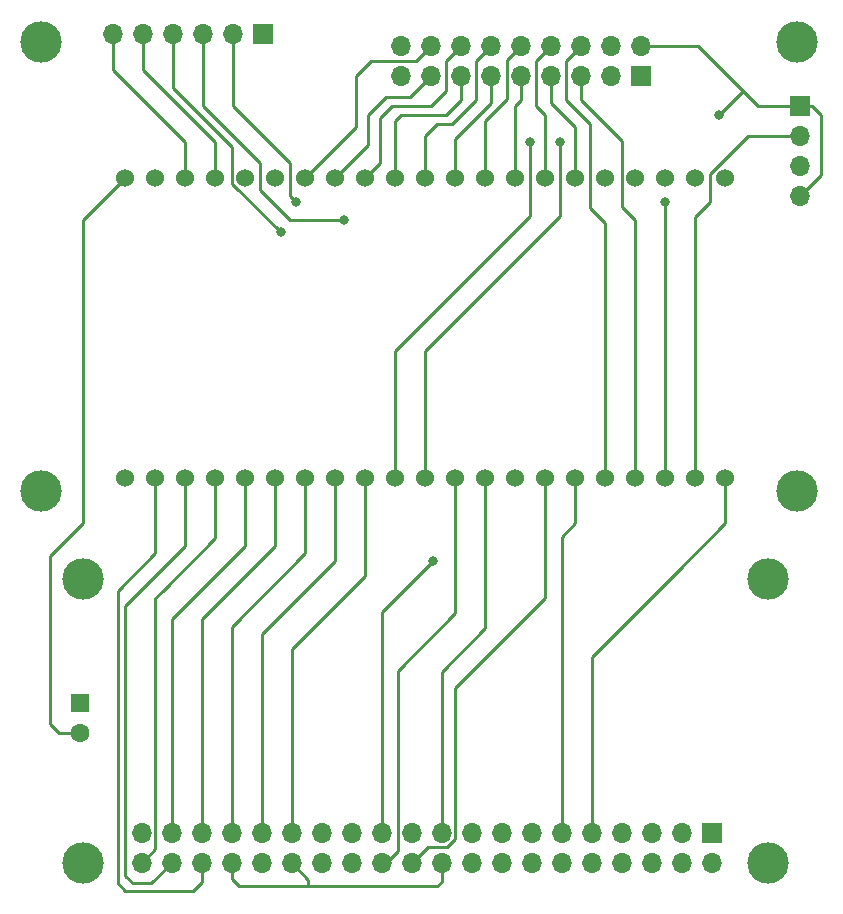
<source format=gbr>
%TF.GenerationSoftware,KiCad,Pcbnew,6.0.9-8da3e8f707~116~ubuntu20.04.1*%
%TF.CreationDate,2022-11-01T21:27:11-06:00*%
%TF.ProjectId,seedsigner-esp32-dev-board,73656564-7369-4676-9e65-722d65737033,rev?*%
%TF.SameCoordinates,Original*%
%TF.FileFunction,Copper,L1,Top*%
%TF.FilePolarity,Positive*%
%FSLAX46Y46*%
G04 Gerber Fmt 4.6, Leading zero omitted, Abs format (unit mm)*
G04 Created by KiCad (PCBNEW 6.0.9-8da3e8f707~116~ubuntu20.04.1) date 2022-11-01 21:27:11*
%MOMM*%
%LPD*%
G01*
G04 APERTURE LIST*
%TA.AperFunction,ComponentPad*%
%ADD10R,1.700000X1.700000*%
%TD*%
%TA.AperFunction,ComponentPad*%
%ADD11O,1.700000X1.700000*%
%TD*%
%TA.AperFunction,WasherPad*%
%ADD12C,3.500000*%
%TD*%
%TA.AperFunction,ComponentPad*%
%ADD13R,1.600000X1.600000*%
%TD*%
%TA.AperFunction,ComponentPad*%
%ADD14C,1.600000*%
%TD*%
%TA.AperFunction,ComponentPad*%
%ADD15C,1.530000*%
%TD*%
%TA.AperFunction,ViaPad*%
%ADD16C,0.800000*%
%TD*%
%TA.AperFunction,Conductor*%
%ADD17C,0.250000*%
%TD*%
G04 APERTURE END LIST*
D10*
%TO.P,J2,1,Pin_1*%
%TO.N,GND*%
X67310000Y69596000D03*
D11*
%TO.P,J2,2,Pin_2*%
%TO.N,+5V*%
X67310000Y67056000D03*
%TO.P,J2,3,Pin_3*%
%TO.N,+3.3V*%
X67310000Y64516000D03*
%TO.P,J2,4,Pin_4*%
%TO.N,GND*%
X67310000Y61976000D03*
%TD*%
D12*
%TO.P,H1,*%
%TO.N,*%
X67000000Y37000000D03*
%TD*%
%TO.P,U3,*%
%TO.N,*%
X64560000Y5540000D03*
X6560000Y5540000D03*
X64560000Y29540000D03*
X6560000Y29540000D03*
D10*
%TO.P,U3,1,3V3*%
%TO.N,+3.3V*%
X59800000Y8080000D03*
D11*
%TO.P,U3,2,5V0*%
%TO.N,Net-(U3-Pad2)*%
X59800000Y5540000D03*
%TO.P,U3,3,GPIO2/SDA1*%
%TO.N,unconnected-(U3-Pad3)*%
X57260000Y8080000D03*
%TO.P,U3,4,5V0*%
%TO.N,Net-(U3-Pad2)*%
X57260000Y5540000D03*
%TO.P,U3,5,GPIO3/SCL1*%
%TO.N,unconnected-(U3-Pad5)*%
X54720000Y8080000D03*
%TO.P,U3,6,GND*%
%TO.N,GND*%
X54720000Y5540000D03*
%TO.P,U3,7,GPIO4/GPIO_GCKL*%
%TO.N,unconnected-(U3-Pad7)*%
X52180000Y8080000D03*
%TO.P,U3,8,TXD0/GPIO14*%
%TO.N,unconnected-(U3-Pad8)*%
X52180000Y5540000D03*
%TO.P,U3,9,GND*%
%TO.N,GND*%
X49640000Y8080000D03*
%TO.P,U3,10,RXD0/GPIO15*%
%TO.N,unconnected-(U3-Pad10)*%
X49640000Y5540000D03*
%TO.P,U3,11,GPIO17/GPIO_GEN0*%
%TO.N,/RST*%
X47100000Y8080000D03*
%TO.P,U3,12,GPIO18/GPIO_GEN1*%
%TO.N,unconnected-(U3-Pad12)*%
X47100000Y5540000D03*
%TO.P,U3,13,GPIO27/GPIO_GEN2*%
%TO.N,unconnected-(U3-Pad13)*%
X44560000Y8080000D03*
%TO.P,U3,14,GND*%
%TO.N,GND*%
X44560000Y5540000D03*
%TO.P,U3,15,GPIO22/GPIO_GEN3*%
%TO.N,unconnected-(U3-Pad15)*%
X42020000Y8080000D03*
%TO.P,U3,16,GPIO23/GPIO_GEN4*%
%TO.N,unconnected-(U3-Pad16)*%
X42020000Y5540000D03*
%TO.P,U3,17,3V3*%
%TO.N,+3.3V*%
X39480000Y8080000D03*
%TO.P,U3,18,GPIO24/GPIO_GEN5*%
%TO.N,unconnected-(U3-Pad18)*%
X39480000Y5540000D03*
%TO.P,U3,19,GPIO10/SPI_MOSI*%
%TO.N,/SPI_MOSI*%
X36940000Y8080000D03*
%TO.P,U3,20,GND*%
%TO.N,GND*%
X36940000Y5540000D03*
%TO.P,U3,21,GPIO9/SPI_MISO*%
%TO.N,unconnected-(U3-Pad21)*%
X34400000Y8080000D03*
%TO.P,U3,22,GPIO25/GPIO_GEN6*%
%TO.N,/DC*%
X34400000Y5540000D03*
%TO.P,U3,23,GPIO11/SPI_SCLK*%
%TO.N,/SPI_SCLK*%
X31860000Y8080000D03*
%TO.P,U3,24,GPIO8/~{SPI_CE0}*%
%TO.N,/SPI_CS*%
X31860000Y5540000D03*
%TO.P,U3,25,GND*%
%TO.N,GND*%
X29320000Y8080000D03*
%TO.P,U3,26,GPIO7/~{SPI_CE1}*%
%TO.N,unconnected-(U3-Pad26)*%
X29320000Y5540000D03*
%TO.P,U3,27,ID_SD*%
%TO.N,unconnected-(U3-Pad27)*%
X26780000Y8080000D03*
%TO.P,U3,28,ID_SC*%
%TO.N,unconnected-(U3-Pad28)*%
X26780000Y5540000D03*
%TO.P,U3,29,GPIO5*%
%TO.N,/JOYSTICK_LEFT*%
X24240000Y8080000D03*
%TO.P,U3,30,GND*%
%TO.N,GND*%
X24240000Y5540000D03*
%TO.P,U3,31,GPIO6*%
%TO.N,/JOYSTICK_UP*%
X21700000Y8080000D03*
%TO.P,U3,32,GPIO12*%
%TO.N,unconnected-(U3-Pad32)*%
X21700000Y5540000D03*
%TO.P,U3,33,GPIO13*%
%TO.N,/JOYSTICK_PRESS*%
X19160000Y8080000D03*
%TO.P,U3,34,GND*%
%TO.N,GND*%
X19160000Y5540000D03*
%TO.P,U3,35,GPIO19*%
%TO.N,/JOYSTICK_DOWN*%
X16620000Y8080000D03*
%TO.P,U3,36,GPIO16*%
%TO.N,/KEY3*%
X16620000Y5540000D03*
%TO.P,U3,37,GPIO26*%
%TO.N,/JOYSTICK_RIGHT*%
X14080000Y8080000D03*
%TO.P,U3,38,GPIO20*%
%TO.N,/KEY2*%
X14080000Y5540000D03*
%TO.P,U3,39,GND*%
%TO.N,GND*%
X11540000Y8080000D03*
%TO.P,U3,40,GPIO21*%
%TO.N,/KEY1*%
X11540000Y5540000D03*
%TD*%
D12*
%TO.P,H2,*%
%TO.N,*%
X3000000Y37000000D03*
%TD*%
D13*
%TO.P,C1,1*%
%TO.N,+3.3V*%
X6350000Y19050000D03*
D14*
%TO.P,C1,2*%
%TO.N,GND*%
X6350000Y16550000D03*
%TD*%
D12*
%TO.P,H4,*%
%TO.N,*%
X3000000Y75000000D03*
%TD*%
D15*
%TO.P,U1,0,GPIO0*%
%TO.N,/KEY3*%
X12700000Y38100000D03*
%TO.P,U1,1,GPIO1*%
%TO.N,/KEY2*%
X15240000Y38100000D03*
%TO.P,U1,2,GPIO2*%
%TO.N,/KEY1*%
X17780000Y38100000D03*
%TO.P,U1,3,GPIO3*%
%TO.N,/JOYSTICK_RIGHT*%
X20320000Y38100000D03*
%TO.P,U1,3V3,VDD33*%
%TO.N,+3.3V*%
X10160000Y38100000D03*
%TO.P,U1,4,GPIO4*%
%TO.N,/JOYSTICK_DOWN*%
X22860000Y38100000D03*
%TO.P,U1,5,GPIO5*%
%TO.N,/JOYSTICK_PRESS*%
X25400000Y38100000D03*
%TO.P,U1,5V,+5V*%
%TO.N,+5V*%
X58420000Y38100000D03*
%TO.P,U1,6,GPIO6*%
%TO.N,/JOYSTICK_UP*%
X27940000Y38100000D03*
%TO.P,U1,7,GPIO7*%
%TO.N,/JOYSTICK_LEFT*%
X30480000Y38100000D03*
%TO.P,U1,8,GPIO8*%
%TO.N,/SDA*%
X33020000Y38100000D03*
%TO.P,U1,9,GPIO9*%
%TO.N,/SCL*%
X35560000Y38100000D03*
%TO.P,U1,10,GPIO10*%
%TO.N,/SPI_CS*%
X38100000Y38100000D03*
%TO.P,U1,11,GPIO11*%
%TO.N,/SPI_MOSI*%
X40640000Y38100000D03*
%TO.P,U1,12,GPIO12*%
%TO.N,/SPI_SCLK*%
X43180000Y38100000D03*
%TO.P,U1,13,GPIO13*%
%TO.N,/DC*%
X45720000Y38100000D03*
%TO.P,U1,14,GPIO14*%
%TO.N,/RST*%
X48260000Y38100000D03*
%TO.P,U1,15,GPIO15*%
%TO.N,/HREF*%
X50800000Y38100000D03*
%TO.P,U1,16,GPIO16*%
%TO.N,/VSYNC*%
X53340000Y38100000D03*
%TO.P,U1,17,GPIO17*%
%TO.N,/TX1*%
X55880000Y38100000D03*
%TO.P,U1,18,EXT_GPIO18*%
%TO.N,/RX1*%
X60960000Y63500000D03*
%TO.P,U1,19,GPIO19*%
%TO.N,unconnected-(U1-Pad19)*%
X58420000Y63500000D03*
%TO.P,U1,20,GPIO20*%
%TO.N,unconnected-(U1-Pad20)*%
X55880000Y63500000D03*
%TO.P,U1,21,GPIO21*%
%TO.N,unconnected-(U1-Pad21)*%
X53340000Y63500000D03*
%TO.P,U1,26,GPIO26*%
%TO.N,/PSRAM_NO_USE*%
X50800000Y63500000D03*
%TO.P,U1,33,GPIO33*%
%TO.N,/PCLK*%
X48260000Y63500000D03*
%TO.P,U1,34,GPIO34*%
%TO.N,/XCLK*%
X45720000Y63500000D03*
%TO.P,U1,35,GPIO35*%
%TO.N,/D9*%
X43180000Y63500000D03*
%TO.P,U1,36,GPIO36*%
%TO.N,/D8*%
X40640000Y63500000D03*
%TO.P,U1,37,GPIO37*%
%TO.N,/D7*%
X38100000Y63500000D03*
%TO.P,U1,38,GPIO38*%
%TO.N,/D6*%
X35560000Y63500000D03*
%TO.P,U1,39,GPIO39*%
%TO.N,/D5*%
X33020000Y63500000D03*
%TO.P,U1,40,GPIO40*%
%TO.N,/D4*%
X30480000Y63500000D03*
%TO.P,U1,41,GPIO41*%
%TO.N,/D3*%
X27940000Y63500000D03*
%TO.P,U1,42,GPIO42*%
%TO.N,/D2*%
X25400000Y63500000D03*
%TO.P,U1,45,GPIO45*%
%TO.N,unconnected-(U1-Pad45)*%
X17780000Y63500000D03*
%TO.P,U1,46,GPIO46*%
%TO.N,unconnected-(U1-Pad46)*%
X15240000Y63500000D03*
%TO.P,U1,GND_1,GND*%
%TO.N,GND*%
X60960000Y38100000D03*
%TO.P,U1,GND_2,GND*%
X10160000Y63500000D03*
%TO.P,U1,RST,CHIP_PU*%
%TO.N,unconnected-(U1-PadRST)*%
X12700000Y63500000D03*
%TO.P,U1,RX,U0RXD*%
%TO.N,unconnected-(U1-PadRX)*%
X20320000Y63500000D03*
%TO.P,U1,TX,U0TXD*%
%TO.N,unconnected-(U1-PadTX)*%
X22860000Y63500000D03*
%TD*%
D12*
%TO.P,H3,*%
%TO.N,*%
X67000000Y75000000D03*
%TD*%
D10*
%TO.P,J1,1,Pin_1*%
%TO.N,GND*%
X21844000Y75692000D03*
D11*
%TO.P,J1,2,Pin_2*%
%TO.N,/TX1*%
X19304000Y75692000D03*
%TO.P,J1,3,Pin_3*%
%TO.N,/RX1*%
X16764000Y75692000D03*
%TO.P,J1,4,Pin_4*%
%TO.N,+3.3V*%
X14224000Y75692000D03*
%TO.P,J1,5,Pin_5*%
%TO.N,/IO_TRIG*%
X11684000Y75692000D03*
%TO.P,J1,6,Pin_6*%
%TO.N,/IO_IN*%
X9144000Y75692000D03*
%TD*%
D10*
%TO.P,U2,1,3.3V*%
%TO.N,+3.3V*%
X53848000Y72136000D03*
D11*
%TO.P,U2,2,GND*%
%TO.N,GND*%
X53848000Y74676000D03*
%TO.P,U2,3,SIOC*%
%TO.N,/SCL*%
X51308000Y72136000D03*
%TO.P,U2,4,SIOD*%
%TO.N,/SDA*%
X51308000Y74676000D03*
%TO.P,U2,5,VSYNC*%
%TO.N,/VSYNC*%
X48768000Y72136000D03*
%TO.P,U2,6,HREF*%
%TO.N,/HREF*%
X48768000Y74676000D03*
%TO.P,U2,7,PCLK*%
%TO.N,/PCLK*%
X46228000Y72136000D03*
%TO.P,U2,8,XCLK*%
%TO.N,/XCLK*%
X46228000Y74676000D03*
%TO.P,U2,9,D9*%
%TO.N,/D9*%
X43688000Y72136000D03*
%TO.P,U2,10,D8*%
%TO.N,/D8*%
X43688000Y74676000D03*
%TO.P,U2,11,D7*%
%TO.N,/D7*%
X41148000Y72136000D03*
%TO.P,U2,12,D6*%
%TO.N,/D6*%
X41148000Y74676000D03*
%TO.P,U2,13,D5*%
%TO.N,/D5*%
X38608000Y72136000D03*
%TO.P,U2,14,D4*%
%TO.N,/D4*%
X38608000Y74676000D03*
%TO.P,U2,15,D3*%
%TO.N,/D3*%
X36068000Y72136000D03*
%TO.P,U2,16,D2*%
%TO.N,/D2*%
X36068000Y74676000D03*
%TO.P,U2,17,RET*%
%TO.N,unconnected-(U2-Pad17)*%
X33528000Y72136000D03*
%TO.P,U2,18,PDWN*%
%TO.N,unconnected-(U2-Pad18)*%
X33528000Y74676000D03*
%TD*%
D16*
%TO.N,+3.3V*%
X23359253Y58919253D03*
%TO.N,/SDA*%
X44450000Y66548000D03*
%TO.N,/SCL*%
X46990000Y66548000D03*
%TO.N,/SPI_SCLK*%
X36195000Y31115000D03*
%TO.N,GND*%
X60452000Y68834000D03*
%TO.N,/TX1*%
X24638000Y61468000D03*
X55880000Y61468000D03*
%TO.N,/RX1*%
X28702000Y59944000D03*
%TD*%
D17*
%TO.N,GND*%
X36940000Y5540000D02*
X36940000Y3920000D01*
X36940000Y3920000D02*
X36576000Y3556000D01*
X36576000Y3556000D02*
X25654000Y3556000D01*
X68326000Y69596000D02*
X69088000Y68834000D01*
X67310000Y69596000D02*
X68326000Y69596000D01*
X69088000Y68834000D02*
X69088000Y63754000D01*
X69088000Y63754000D02*
X67310000Y61976000D01*
X62484000Y70866000D02*
X58674000Y74676000D01*
X58674000Y74676000D02*
X53848000Y74676000D01*
X67310000Y69596000D02*
X63754000Y69596000D01*
X63754000Y69596000D02*
X62484000Y70866000D01*
%TO.N,+5V*%
X58420000Y38100000D02*
X58420000Y60198000D01*
X58420000Y60198000D02*
X59690000Y61468000D01*
X59690000Y61468000D02*
X59690000Y63860000D01*
X62886000Y67056000D02*
X67310000Y67056000D01*
X59690000Y63860000D02*
X62886000Y67056000D01*
%TO.N,/DC*%
X34400000Y5540000D02*
X35765000Y6905000D01*
X45720000Y27940000D02*
X45720000Y38100000D01*
X35765000Y6905000D02*
X37426701Y6905000D01*
X37426701Y6905000D02*
X38115000Y7593299D01*
X38115000Y20335000D02*
X45720000Y27940000D01*
X38115000Y7593299D02*
X38115000Y20335000D01*
%TO.N,/RST*%
X48260000Y34290000D02*
X48260000Y38100000D01*
X47100000Y33130000D02*
X48260000Y34290000D01*
X47100000Y8080000D02*
X47100000Y33130000D01*
%TO.N,/KEY1*%
X17780000Y33020000D02*
X17780000Y38100000D01*
X12715000Y27955000D02*
X13335000Y28575000D01*
X13335000Y28575000D02*
X17780000Y33020000D01*
X12715000Y6715000D02*
X12715000Y27955000D01*
X11540000Y5540000D02*
X12715000Y6715000D01*
%TO.N,+3.3V*%
X19230000Y63048507D02*
X23359253Y58919253D01*
X14224000Y71120000D02*
X19230000Y66114000D01*
X19230000Y66114000D02*
X19230000Y63048507D01*
X14224000Y75692000D02*
X14224000Y71120000D01*
%TO.N,/XCLK*%
X44958000Y69596000D02*
X44958000Y73406000D01*
X44958000Y73406000D02*
X46228000Y74676000D01*
X45720000Y63500000D02*
X45720000Y68834000D01*
X45720000Y68834000D02*
X44958000Y69596000D01*
%TO.N,/PCLK*%
X48260000Y67818000D02*
X46228000Y69850000D01*
X46228000Y69850000D02*
X46228000Y72136000D01*
X48260000Y63500000D02*
X48260000Y67818000D01*
%TO.N,/HREF*%
X50800000Y38100000D02*
X50800000Y59690000D01*
X47498000Y73406000D02*
X48768000Y74676000D01*
X47498000Y70104000D02*
X47498000Y73406000D01*
X49530000Y60960000D02*
X49530000Y68072000D01*
X49530000Y68072000D02*
X47498000Y70104000D01*
X50800000Y59690000D02*
X49530000Y60960000D01*
%TO.N,/VSYNC*%
X52250000Y61034000D02*
X52250000Y66622000D01*
X53340000Y38100000D02*
X53340000Y59944000D01*
X52250000Y66622000D02*
X48768000Y70104000D01*
X48768000Y70104000D02*
X48768000Y72136000D01*
X53340000Y59944000D02*
X52250000Y61034000D01*
%TO.N,/SDA*%
X44450000Y60325000D02*
X44450000Y66548000D01*
X44450000Y60325000D02*
X33020000Y48895000D01*
X33020000Y38100000D02*
X33020000Y48895000D01*
%TO.N,/SCL*%
X35560000Y38100000D02*
X35560000Y48895000D01*
X46990000Y60325000D02*
X35560000Y48895000D01*
X46990000Y60325000D02*
X46990000Y66548000D01*
%TO.N,/SPI_CS*%
X33225000Y21795000D02*
X38100000Y26670000D01*
X31860000Y5540000D02*
X32210000Y5540000D01*
X32210000Y5540000D02*
X33225000Y6555000D01*
X33225000Y6555000D02*
X33225000Y21795000D01*
X38100000Y26670000D02*
X38100000Y38100000D01*
%TO.N,/SPI_MOSI*%
X36940000Y8080000D02*
X36940000Y21700000D01*
X40640000Y25400000D02*
X40640000Y38100000D01*
X36940000Y21700000D02*
X40640000Y25400000D01*
%TO.N,/SPI_SCLK*%
X31860000Y26780000D02*
X36195000Y31115000D01*
X31860000Y8080000D02*
X31860000Y26780000D01*
%TO.N,/JOYSTICK_UP*%
X27940000Y31115000D02*
X27940000Y38100000D01*
X21700000Y24875000D02*
X27940000Y31115000D01*
X21700000Y8080000D02*
X21700000Y24875000D01*
%TO.N,/JOYSTICK_DOWN*%
X16620000Y26145000D02*
X22860000Y32385000D01*
X22860000Y32385000D02*
X22860000Y38100000D01*
X16620000Y8080000D02*
X16620000Y26145000D01*
%TO.N,/JOYSTICK_LEFT*%
X30480000Y29845000D02*
X30480000Y38100000D01*
X24240000Y8080000D02*
X24240000Y23605000D01*
X24240000Y23605000D02*
X30480000Y29845000D01*
%TO.N,/JOYSTICK_RIGHT*%
X14080000Y8080000D02*
X14080000Y26145000D01*
X20320000Y32385000D02*
X20320000Y38100000D01*
X14080000Y26145000D02*
X20320000Y32385000D01*
%TO.N,/JOYSTICK_PRESS*%
X19160000Y8080000D02*
X19160000Y25510000D01*
X19160000Y25510000D02*
X25400000Y31750000D01*
X25400000Y31750000D02*
X25400000Y38100000D01*
%TO.N,/KEY3*%
X9525000Y5715000D02*
X9525000Y24130000D01*
X12700000Y34290000D02*
X12700000Y38100000D01*
X9525000Y28575000D02*
X12700000Y31750000D01*
X12700000Y34290000D02*
X12700000Y34925000D01*
X15875000Y3175000D02*
X10160000Y3175000D01*
X12700000Y31750000D02*
X12700000Y34290000D01*
X16620000Y3920000D02*
X15875000Y3175000D01*
X9525000Y24130000D02*
X9525000Y28575000D01*
X9525000Y3810000D02*
X9525000Y5715000D01*
X16620000Y5540000D02*
X16620000Y3920000D01*
X10160000Y3175000D02*
X9525000Y3810000D01*
%TO.N,/KEY2*%
X10160000Y27305000D02*
X15240000Y32385000D01*
X10795000Y3810000D02*
X10160000Y4445000D01*
X12350000Y3810000D02*
X10795000Y3810000D01*
X10160000Y4445000D02*
X10160000Y27305000D01*
X15240000Y32385000D02*
X15240000Y38100000D01*
X14080000Y5540000D02*
X12350000Y3810000D01*
%TO.N,/D2*%
X29718000Y67818000D02*
X29718000Y72136000D01*
X25400000Y63500000D02*
X29718000Y67818000D01*
X34798000Y73406000D02*
X36068000Y74676000D01*
X30988000Y73406000D02*
X34798000Y73406000D01*
X29718000Y72136000D02*
X30988000Y73406000D01*
%TO.N,/D3*%
X34290000Y70358000D02*
X36068000Y72136000D01*
X27940000Y63500000D02*
X30734000Y66294000D01*
X30734000Y66294000D02*
X30734000Y68834000D01*
X30734000Y68834000D02*
X32258000Y70358000D01*
X32258000Y70358000D02*
X34290000Y70358000D01*
%TO.N,/D4*%
X32766000Y69596000D02*
X36068000Y69596000D01*
X37338000Y70866000D02*
X37338000Y73406000D01*
X31750000Y64770000D02*
X31750000Y68580000D01*
X30480000Y63500000D02*
X31750000Y64770000D01*
X37338000Y73406000D02*
X38608000Y74676000D01*
X31750000Y68580000D02*
X32766000Y69596000D01*
X36068000Y69596000D02*
X37338000Y70866000D01*
%TO.N,/D5*%
X33020000Y68326000D02*
X33528000Y68834000D01*
X38608000Y70104000D02*
X38608000Y72136000D01*
X37338000Y68834000D02*
X38608000Y70104000D01*
X33528000Y68834000D02*
X37338000Y68834000D01*
X33020000Y63500000D02*
X33020000Y68326000D01*
%TO.N,/D6*%
X35560000Y63500000D02*
X35560000Y67056000D01*
X39878000Y70104000D02*
X39878000Y73406000D01*
X35560000Y67056000D02*
X36576000Y68072000D01*
X36576000Y68072000D02*
X37846000Y68072000D01*
X39878000Y73406000D02*
X41148000Y74676000D01*
X37846000Y68072000D02*
X39878000Y70104000D01*
%TO.N,/D7*%
X41148000Y69850000D02*
X41148000Y72136000D01*
X38100000Y63500000D02*
X38100000Y66802000D01*
X38100000Y66802000D02*
X41148000Y69850000D01*
%TO.N,/D8*%
X42513000Y70199000D02*
X42513000Y73501000D01*
X40640000Y63500000D02*
X40640000Y68326000D01*
X42513000Y73501000D02*
X43688000Y74676000D01*
X40640000Y68326000D02*
X42513000Y70199000D01*
%TO.N,/D9*%
X43688000Y70104000D02*
X43688000Y72136000D01*
X43180000Y69596000D02*
X43688000Y70104000D01*
X43180000Y63500000D02*
X43180000Y69596000D01*
%TO.N,GND*%
X19812000Y3556000D02*
X19160000Y4208000D01*
X60960000Y34290000D02*
X60960000Y38100000D01*
X24240000Y5540000D02*
X25654000Y4126000D01*
X19160000Y4208000D02*
X19160000Y5540000D01*
X6604000Y34290000D02*
X6604000Y59944000D01*
X6604000Y59944000D02*
X10160000Y63500000D01*
X3810000Y17272000D02*
X3810000Y31496000D01*
X56769000Y30099000D02*
X60960000Y34290000D01*
X25654000Y4126000D02*
X25654000Y3556000D01*
X60452000Y68834000D02*
X62484000Y70866000D01*
X4532000Y16550000D02*
X3810000Y17272000D01*
X6350000Y16550000D02*
X4532000Y16550000D01*
X49640000Y8080000D02*
X49640000Y22970000D01*
X3810000Y31496000D02*
X6604000Y34290000D01*
X25654000Y3556000D02*
X19812000Y3556000D01*
X49640000Y22970000D02*
X56769000Y30099000D01*
%TO.N,unconnected-(U1-Pad45)*%
X11684000Y75692000D02*
X11684000Y72644000D01*
X17780000Y66548000D02*
X17780000Y63500000D01*
X11684000Y72644000D02*
X17780000Y66548000D01*
%TO.N,/IO_IN*%
X9144000Y72644000D02*
X15240000Y66548000D01*
X15240000Y66548000D02*
X15240000Y63500000D01*
X9144000Y75692000D02*
X9144000Y72644000D01*
%TO.N,/TX1*%
X24130000Y61976000D02*
X24638000Y61468000D01*
X24130000Y64770000D02*
X24130000Y61976000D01*
X55880000Y61468000D02*
X55880000Y38100000D01*
X19304000Y75692000D02*
X19304000Y69596000D01*
X19304000Y69596000D02*
X24130000Y64770000D01*
%TO.N,/RX1*%
X16764000Y69596000D02*
X21590000Y64770000D01*
X16764000Y75692000D02*
X16764000Y69596000D01*
X21590000Y64770000D02*
X21590000Y62484000D01*
X21590000Y62484000D02*
X24130000Y59944000D01*
X24130000Y59944000D02*
X28702000Y59944000D01*
%TD*%
M02*

</source>
